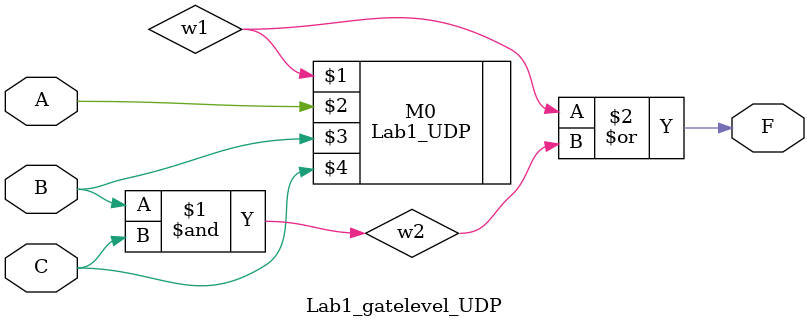
<source format=v>
module Lab1_gatelevel_UDP(F,A,B,C);
	output F;
	input A,B,C;
	wire w1,w2;

	Lab1_UDP M0(w1,A,B,C);

	and (w2,B,C);
	or (F,w1,w2);

endmodule 
</source>
